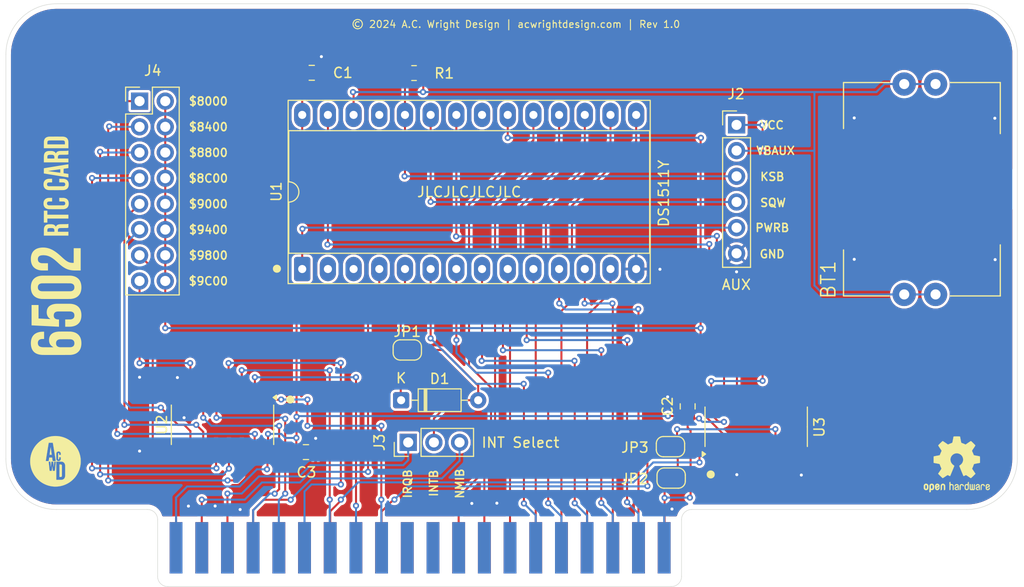
<source format=kicad_pcb>
(kicad_pcb (version 20241229) (generator "pcbnew") (generator_version "9.0")
  (title_block (title "6502 RTC Card") (date "2025-09-23") (rev "1.0") (company "A.C. Wright Design"))
  (layers (0 "F.Cu" signal) (2 "B.Cu" signal) (13 "F.Paste" user) (15 "B.Paste" user) (5 "F.SilkS" user "F.Silkscreen") (7 "B.SilkS" user "B.Silkscreen") (1 "F.Mask" user) (3 "B.Mask" user) (25 "Edge.Cuts" user))
  (net 0 "")
  (net 1 "VCC")
  (net 2 "GND")
  (net 3 "/$9400")
  (net 4 "CSB")
  (net 5 "/$8800")
  (net 6 "/$9800")
  (net 7 "/$8400")
  (net 8 "/$8000")
  (net 9 "/$9000")
  (net 10 "/$9C00")
  (net 11 "/$8C00")
  (net 12 "Net-(D1-A)")
  (net 13 "RWB")
  (net 14 "PHI2")
  (net 16 "D5")
  (net 18 "VBAUX")
  (net 19 "A10")
  (net 20 "A15")
  (net 22 "NMIB")
  (net 23 "IRQB")
  (net 28 "INTB")
  (net 29 "A12")
  (net 30 "D7")
  (net 31 "A0")
  (net 32 "RESB")
  (net 33 "D1")
  (net 34 "A14")
  (net 36 "A4")
  (net 38 "D6")
  (net 39 "D4")
  (net 40 "A11")
  (net 42 "A3")
  (net 43 "D0")
  (net 44 "D2")
  (net 45 "A13")
  (net 47 "D3")
  (net 49 "Net-(JP2-B)")
  (net 56 "A1")
  (net 57 "A2")
  (net 58 "KSB")
  (net 59 "SQW")
  (net 60 "PWRB")
  (net 63 "WB")
  (net 66 "RB")
  (footprint "Connector_PinHeader_2.54mm:PinHeader_1x06_P2.54mm_Vertical" (layer "F.Cu") (at 162.825 82.35)
    (property "Reference" "J2")
    (property "Value" "AUX")
  )
  (footprint "Jumper:SolderJumper-2_P1.3mm_Open_RoundedPad1.0x1.5mm" (layer "F.Cu") (at 156.36 117.27)
    (property "Reference" "JP2")
    (property "Value" "SolderJumper_2_Open" (hide yes))
  )
  (footprint "6502 Parts:BAT_BAT-HLD-001-THM" (layer "F.Cu") (at 180.9 88.71 90)
    (property "Reference" "BT1")
    (property "Value" "BAT-HLD-001-THM" (hide yes))
  )
  (footprint "Connector_PinHeader_2.54mm:PinHeader_2x08_P2.54mm_Vertical" (layer "F.Cu") (at 103.8 80)
    (property "Reference" "J4")
    (property "Value" "Conn_02x08_Odd_Even" (hide yes))
  )
  (footprint "Capacitor_SMD:C_0805_2012Metric" (layer "F.Cu") (at 120.25 114.7)
    (property "Reference" "C3")
    (property "Value" "100nF" (hide yes))
  )
  (footprint "Jumper:SolderJumper-2_P1.3mm_Bridged_RoundedPad1.0x1.5mm" (layer "F.Cu") (at 130.27 104.6)
    (property "Reference" "JP1")
    (property "Value" "SolderJumper_2_Bridged" (hide yes))
  )
  (footprint "Capacitor_SMD:C_0805_2012Metric" (layer "F.Cu") (at 120.825 77.2)
    (property "Reference" "C1")
    (property "Value" "100nF" (hide yes))
  )
  (footprint "Symbol:OSHW-Logo2_7.3x6mm_SilkScreen" (layer "F.Cu") (at 184.6 115.91)
    (property "Reference" "REF**" (hide yes))
    (property "Value" "OSHW-Logo2_7.3x6mm_SilkScreen" (hide yes))
  )
  (footprint "6502 Logos:6502 RTC Card Logo 5mm" (layer "F.Cu") (at 95.549736 85.109425 90)
    (property "Reference" "G***" (hide yes))
    (property "Value" "LOGO" (hide yes))
  )
  (footprint "Package_SO:SOIC-16_3.9x9.9mm_P1.27mm" (layer "F.Cu") (at 112 112 -90)
    (property "Reference" "U2")
    (property "Value" "74HC138" (hide yes))
  )
  (footprint "Package_SO:SOIC-16_3.9x9.9mm_P1.27mm" (layer "F.Cu") (at 164.765 112.195 90)
    (property "Reference" "U3")
    (property "Value" "74HC138" (hide yes))
  )
  (footprint "Capacitor_SMD:C_0805_2012Metric" (layer "F.Cu") (at 157.99 110.18 90)
    (property "Reference" "C2")
    (property "Value" "100nF" (hide yes))
  )
  (footprint "6502 Parts:6502 Card Edge" (layer "F.Cu") (at 107.408 126.704)
    (property "Reference" "J1" (hide yes))
    (property "Value" "6502 Card Edge" (hide yes))
  )
  (footprint "Connector_PinHeader_2.54mm:PinHeader_1x03_P2.54mm_Vertical" (layer "F.Cu") (at 130.36 113.74 90)
    (property "Reference" "J3")
    (property "Value" "INT Select")
  )
  (footprint "Package_DIP:DIP-28_W15.24mm_Socket_LongPads" (layer "F.Cu") (at 119.88 96.6 90)
    (property "Reference" "U1")
    (property "Value" "DS1511Y")
  )
  (footprint "Resistor_SMD:R_0805_2012Metric" (layer "F.Cu") (at 130.9375 77.225)
    (property "Reference" "R1")
    (property "Value" "1k" (hide yes))
  )
  (footprint "Diode_THT:D_DO-35_SOD27_P7.62mm_Horizontal" (layer "F.Cu") (at 129.66 109.57)
    (property "Reference" "D1")
    (property "Value" "D_Schottky" (hide yes))
  )
  (footprint "Jumper:SolderJumper-2_P1.3mm_Bridged_RoundedPad1.0x1.5mm" (layer "F.Cu") (at 156.29 114.16 180)
    (property "Reference" "JP3")
    (property "Value" "SolderJumper_2_Bridged" (hide yes))
  )
  (footprint "A.C. Wright Logo:A.C. Wright Logo 5mm" (layer "F.Cu") (at 95.4841 115.61)
    (property "Reference" "G***" (hide yes))
    (property "Value" "LOGO" (hide yes))
  )
  (gr_circle (center 160.27 116.91) (end 160.47 116.91) (stroke (width 0.4)) (fill no) (layer "F.SilkS"))
  (gr_circle (center 117.38 96.57) (end 117.58 96.57) (stroke (width 0.4)) (fill no) (layer "F.SilkS"))
  (gr_circle (center 118.7 109.5) (end 118.9 109.5) (stroke (width 0.4)) (fill no) (layer "F.SilkS"))
  (gr_line (start 106.5841 127.9946) (end 156.3841 127.9946) (stroke (width 0.05)) (layer "Edge.Cuts"))
  (gr_arc (start 104.5841 120.3746) (mid 105.291207 120.667493) (end 105.5841 121.3746) (stroke (width 0.05)) (layer "Edge.Cuts"))
  (gr_arc (start 185.5845 70.3746) (mid 189.1061 71.820768) (end 190.5841 75.049169) (stroke (width 0.05)) (layer "Edge.Cuts"))
  (gr_arc (start 157.3841 121.3746) (mid 157.676993 120.667493) (end 158.3841 120.3746) (stroke (width 0.05)) (layer "Edge.Cuts"))
  (gr_arc (start 95.5841 120.3746) (mid 92.048566 118.910134) (end 90.5841 115.3746) (stroke (width 0.05)) (layer "Edge.Cuts"))
  (gr_line (start 95.5841 120.3746) (end 104.5841 120.3746) (stroke (width 0.05)) (layer "Edge.Cuts"))
  (gr_arc (start 190.5841 115.3746) (mid 189.119634 118.910134) (end 185.5841 120.3746) (stroke (width 0.05)) (layer "Edge.Cuts"))
  (gr_line (start 157.3841 126.9946) (end 157.3841 121.3746) (stroke (width 0.05)) (layer "Edge.Cuts"))
  (gr_line (start 90.5841 75.3746) (end 90.5841 115.3746) (stroke (width 0.05)) (layer "Edge.Cuts"))
  (gr_line (start 190.5841 115.3746) (end 190.5841 75.049169) (stroke (width 0.05)) (layer "Edge.Cuts"))
  (gr_line (start 105.5841 121.3746) (end 105.5841 126.9946) (stroke (width 0.05)) (layer "Edge.Cuts"))
  (gr_arc (start 106.5841 127.9946) (mid 105.876993 127.701707) (end 105.5841 126.9946) (stroke (width 0.05)) (layer "Edge.Cuts"))
  (gr_arc (start 90.5841 75.3746) (mid 92.048566 71.839066) (end 95.5841 70.3746) (stroke (width 0.05)) (layer "Edge.Cuts"))
  (gr_line (start 185.5845 70.3746) (end 95.5841 70.3746) (stroke (width 0.05)) (layer "Edge.Cuts"))
  (gr_line (start 158.3841 120.3746) (end 185.5841 120.3746) (stroke (width 0.05)) (layer "Edge.Cuts"))
  (gr_arc (start 157.3841 126.9946) (mid 157.091207 127.701707) (end 156.3841 127.9946) (stroke (width 0.05)) (layer "Edge.Cuts"))
  (gr_text "VCC" (at 165.1 82.375 0) (layer "F.SilkS") (effects (font (size 0.8 0.8)) (justify left)))
  (gr_text "$9000" (at 110.6 90.18 0) (layer "F.SilkS") (effects (font (size 0.8 0.8))))
  (gr_text "VBAUX" (at 164.7 84.9 0) (layer "F.SilkS") (effects (font (size 0.8 0.8)) (justify left)))
  (gr_text "NMIB" (at 135.47 116.25 90) (layer "F.SilkS") (effects (font (size 0.8 0.8)) (justify right)))
  (gr_text "INTB" (at 132.89 116.37 90) (layer "F.SilkS") (effects (font (size 0.8 0.8)) (justify right)))
  (gr_text "$8C00" (at 110.6 87.64 0) (layer "F.SilkS") (effects (font (size 0.8 0.8))))
  (gr_text "$9C00" (at 110.6 97.8 0) (layer "F.SilkS") (effects (font (size 0.8 0.8))))
  (gr_text "SQW" (at 165.075 90.05 0) (layer "F.SilkS") (effects (font (size 0.8 0.8)) (justify left)))
  (gr_text "© 2024 A.C. Wright Design | acwrightdesign.com | Rev 1.0" (at 141 72.4 0) (layer "F.SilkS") (effects (font (size 0.7 0.7) (thickness 0.1))))
  (gr_text "$9400" (at 110.6 92.72 0) (layer "F.SilkS") (effects (font (size 0.8 0.8))))
  (gr_text "GND" (at 165.025 95.125 0) (layer "F.SilkS") (effects (font (size 0.8 0.8)) (justify left)))
  (gr_text "IRQB" (at 130.31 116.33 90) (layer "F.SilkS") (effects (font (size 0.8 0.8)) (justify right)))
  (gr_text "$8800" (at 110.6 85.1 0) (layer "F.SilkS") (effects (font (size 0.8 0.8))))
  (gr_text "$9800" (at 110.6 95.26 0) (layer "F.SilkS") (effects (font (size 0.8 0.8))))
  (gr_text "JLCJLCJLCJLC" (at 136.39 88.98 0) (layer "F.SilkS") (effects (font (size 1 1))))
  (gr_text "KSB" (at 165.075 87.475 0) (layer "F.SilkS") (effects (font (size 0.8 0.8)) (justify left)))
  (gr_text "$8000" (at 110.6 80.02 0) (layer "F.SilkS") (effects (font (size 0.8 0.8))))
  (gr_text "PWRB" (at 164.6 92.525 0) (layer "F.SilkS") (effects (font (size 0.8 0.8)) (justify left)))
  (gr_text "$8400" (at 110.6 82.56 0) (layer "F.SilkS") (effects (font (size 0.8 0.8))))
  (segment (start 116.5 114.42) (end 116.445 114.475) (width 0.2) (layer "F.Cu") (net 1))
  (segment (start 155.71 119.23) (end 155.71 124.122) (width 0.2) (layer "F.Cu") (net 1))
  (segment (start 119.88 81.36) (end 119.88 77.205) (width 0.2) (layer "F.Cu") (net 1))
  (segment (start 158.23 111.37) (end 157.99 111.13) (width 0.2) (layer "F.Cu") (net 1))
  (segment (start 119.88 77.205) (end 119.875 77.2) (width 0.2) (layer "F.Cu") (net 1))
  (segment (start 119.88 83.22) (end 119.88 81.36) (width 0.2) (layer "F.Cu") (net 1))
  (segment (start 157.99 112.28) (end 158.28 112.57) (width 0.2) (layer "F.Cu") (net 1))
  (segment (start 155.71 124.122) (end 155.668 124.164) (width 0.2) (layer "F.Cu") (net 1))
  (segment (start 165.4 107.65) (end 165.4 82.4) (width 0.2) (layer "F.Cu") (net 1))
  (segment (start 159.11 111.37) (end 158.23 111.37) (width 0.2) (layer "F.Cu") (net 1))
  (segment (start 119.32 111.21) (end 119.32 100.72) (width 0.2) (layer "F.Cu") (net 1))
  (segment (start 116.445 114.475) (end 116.445 116.355) (width 0.2) (layer "F.Cu") (net 1))
  (segment (start 119.32 113.28) (end 119.3 113.3) (width 0.2) (layer "F.Cu") (net 1))
  (segment (start 157.99 111.13) (end 157.99 112.28) (width 0.2) (layer "F.Cu") (net 1))
  (segment (start 160.32 110.98) (end 160.98 111.64) (width 0.2) (layer "F.Cu") (net 1))
  (segment (start 119.32 100.72) (end 118.3 99.7) (width 0.2) (layer "F.Cu") (net 1))
  (segment (start 116.5 112.9) (end 116.5 114.42) (width 0.2) (layer "F.Cu") (net 1))
  (segment (start 160.32 109.72) (end 160.32 107.68) (width 0.2) (layer "F.Cu") (net 1))
  (segment (start 158.28 112.57) (end 158.28 119.13) (width 0.2) (layer "F.Cu") (net 1))
  (segment (start 158.28 119.13) (end 158.21 119.2) (width 0.2) (layer "F.Cu") (net 1))
  (segment (start 156.05 111.13) (end 156.04 111.14) (width 0.2) (layer "F.Cu") (net 1))
  (segment (start 160.98 111.64) (end 161.05 111.71) (width 0.2) (layer "F.Cu") (net 1))
  (segment (start 155.71 117.27) (end 155.71 119.23) (width 0.2) (layer "F.Cu") (net 1))
  (segment (start 165.4 82.4) (end 165.375 82.375) (width 0.2) (layer "F.Cu") (net 1))
  (segment (start 161.05 111.71) (end 161.58 111.71) (width 0.2) (layer "F.Cu") (net 1))
  (segment (start 160.32 109.72) (end 160.32 110.98) (width 0.2) (layer "F.Cu") (net 1))
  (segment (start 118.3 99.7) (end 118.3 84.8) (width 0.2) (layer "F.Cu") (net 1))
  (segment (start 119.3 114.7) (end 119.3 113.3) (width 0.2) (layer "F.Cu") (net 1))
  (segment (start 160.32 107.68) (end 160.325 107.675) (width 0.2) (layer "F.Cu") (net 1))
  (segment (start 116.445 116.355) (end 116.4 116.4) (width 0.2) (layer "F.Cu") (net 1))
  (segment (start 118.3 84.8) (end 119.88 83.22) (width 0.2) (layer "F.Cu") (net 1))
  (segment (start 157.99 111.13) (end 156.05 111.13) (width 0.2) (layer "F.Cu") (net 1))
  (segment (start 119.32 111.21) (end 119.32 113.28) (width 0.2) (layer "F.Cu") (net 1))
  (via (at 116.4 116.4) (size 0.6) (drill 0.3) (layers "F.Cu" "B.Cu") (net 1))
  (via (at 119.3 113.3) (size 0.6) (drill 0.3) (layers "F.Cu" "B.Cu") (net 1))
  (via (at 155.71 119.23) (size 0.6) (drill 0.3) (layers "F.Cu" "B.Cu") (net 1))
  (via (at 165.4 107.65) (size 0.6) (drill 0.3) (layers "F.Cu" "B.Cu") (net 1))
  (via (at 119.32 111.21) (size 0.6) (drill 0.3) (layers "F.Cu" "B.Cu") (net 1))
  (via (at 159.11 111.37) (size 0.6) (drill 0.3) (layers "F.Cu" "B.Cu") (net 1))
  (via (at 160.325 107.675) (size 0.6) (drill 0.3) (layers "F.Cu" "B.Cu") (net 1))
  (via (at 165.375 82.375) (size 0.6) (drill 0.3) (layers "F.Cu" "B.Cu") (net 1))
  (via (at 161.58 111.71) (size 0.6) (drill 0.3) (layers "F.Cu" "B.Cu") (net 1))
  (via (at 156.04 111.14) (size 0.6) (drill 0.3) (layers "F.Cu" "B.Cu") (net 1))
  (via (at 116.5 112.9) (size 0.6) (drill 0.3) (layers "F.Cu" "B.Cu") (net 1))
  (via (at 158.21 119.2) (size 0.6) (drill 0.3) (layers "F.Cu" "B.Cu") (net 1))
  (segment (start 159.45 111.71) (end 161.58 111.71) (width 0.2) (layer "B.Cu") (net 1))
  (segment (start 118.2 113.3) (end 117.8 112.9) (width 0.2) (layer "B.Cu") (net 1))
  (segment (start 107.4 119.2) (end 107.408 119.208) (width 0.2) (layer "B.Cu") (net 1))
  (segment (start 119.39 111.14) (end 119.32 111.21) (width 0.2) (layer "B.Cu") (net 1))
  (segment (start 119.3 113.3) (end 118.2 113.3) (width 0.2) (layer "B.Cu") (net 1))
  (segment (start 139.01 111.14) (end 119.39 111.14) (width 0.2) (layer "B.Cu") (net 1))
  (segment (start 107.408 119.208) (end 107.408 124.164) (width 0.2) (layer "B.Cu") (net 1))
  (segment (start 158.21 119.2) (end 155.74 119.2) (width 0.2) (layer "B.Cu") (net 1))
  (segment (start 160.325 107.675) (end 165.375 107.675) (width 0.2) (layer "B.Cu") (net 1))
  (segment (start 156.04 111.14) (end 139.01 111.14) (width 0.2) (layer "B.Cu") (net 1))
  (segment (start 165.375 107.675) (end 165.4 107.65) (width 0.2) (layer "B.Cu") (net 1))
  (segment (start 116.4 116.4) (end 115.4 116.4) (width 0.2) (layer "B.Cu") (net 1))
  (segment (start 115.4 116.4) (end 113.7 118.1) (width 0.2) (layer "B.Cu") (net 1))
  (segment (start 155.74 119.2) (end 155.71 119.23) (width 0.2) (layer "B.Cu") (net 1))
  (segment (start 165.35 82.35) (end 162.825 82.35) (width 0.2) (layer "B.Cu") (net 1))
  (segment (start 113.7 118.1) (end 108.5 118.1) (width 0.2) (layer "B.Cu") (net 1))
  (segment (start 117.8 112.9) (end 116.5 112.9) (width 0.2) (layer "B.Cu") (net 1))
  (segment (start 108.5 118.1) (end 107.4 119.2) (width 0.2) (layer "B.Cu") (net 1))
  (segment (start 159.11 111.37) (end 159.45 111.71) (width 0.2) (layer "B.Cu") (net 1))
  (segment (start 165.375 82.375) (end 165.35 82.35) (width 0.2) (layer "B.Cu") (net 1))
  (segment (start 107.408 124.164) (end 107.408 119.808) (width 0.2) (layer "F.Cu") (net 2))
  (via (at 155.25 96.625) (size 0.6) (drill 0.3) (layers "F.Cu" "B.Cu") (net 2))
  (via (at 156.01 109.24) (size 0.6) (drill 0.3) (layers "F.Cu" "B.Cu") (net 2))
  (via (at 188.36 81.69) (size 0.6) (drill 0.3) (layers "F.Cu" "B.Cu") (net 2))
  (via (at 121.21 113.34) (size 0.6) (drill 0.3) (layers "F.Cu" "B.Cu") (net 2))
  (via (at 111.27 120.03) (size 0.6) (drill 0.3) (layers "F.Cu" "B.Cu") (net 2))
  (via (at 174.46 95.64) (size 0.6) (drill 0.3) (layers "F.Cu" "B.Cu") (net 2))
  (via (at 136.65 119.775) (size 0.6) (drill 0.3) (layers "F.Cu" "B.Cu") (net 2))
  (via (at 139.125 119.75) (size 0.6) (drill 0.3) (layers "F.Cu" "B.Cu") (net 2))
  (via (at 188.39 95.67) (size 0.6) (drill 0.3) (layers "F.Cu" "B.Cu") (net 2))
  (via (at 108.63 120.04) (size 0.6) (drill 0.3) (layers "F.Cu" "B.Cu") (net 2))
  (via (at 113.74 120.38) (size 0.6) (drill 0.3) (layers "F.Cu" "B.Cu") (net 2))
  (via (at 108.2 111.3) (size 0.6) (drill 0.3) (layers "F.Cu" "B.Cu") (net 2))
  (via (at 156.44 120.33) (size 0.6) (drill 0.3) (layers "F.Cu" "B.Cu") (net 2))
  (via (at 103.8 107.3) (size 0.6) (drill 0.3) (layers "F.Cu" "B.Cu") (net 2))
  (via (at 103.8 114.6) (size 0.6) (drill 0.3) (layers "F.Cu" "B.Cu") (net 2))
  (via (at 169.23 116.97) (size 0.6) (drill 0.3) (layers "F.Cu" "B.Cu") (net 2))
  (via (at 121.775 75.6) (size 0.6) (drill 0.3) (layers "F.Cu" "B.Cu") (net 2))
  (via (at 162.85 116.93) (size 0.6) (drill 0.3) (layers "F.Cu" "B.Cu") (net 2))
  (via (at 107.54 107.33) (size 0.6) (drill 0.3) (layers "F.Cu" "B.Cu") (net 2))
  (via (at 174.46 81.66) (size 0.6) (drill 0.3) (layers "F.Cu" "B.Cu") (net 2))
  (via (at 162.825 96.875) (size 0.6) (drill 0.3) (layers "F.Cu" "B.Cu") (net 2))
  (segment (start 155.668 124.164) (end 155.668 120.032) (width 0.2) (layer "B.Cu") (net 2))
  (segment (start 105.9 110.3) (end 107.6 112) (width 0.2) (layer "F.Cu") (net 3))
  (segment (start 108.825 112.625) (end 108.825 114.475) (width 0.2) (layer "F.Cu") (net 3))
  (segment (start 108.2 112) (end 108.825 112.625) (width 0.2) (layer "F.Cu") (net 3))
  (segment (start 107.6 112) (end 108.2 112) (width 0.2) (layer "F.Cu") (net 3))
  (via (at 105.9 110.3) (size 0.6) (drill 0.3) (layers "F.Cu" "B.Cu") (net 3))
  (segment (start 105.9 110.3) (end 102.9 110.3) (width 0.2) (layer "B.Cu") (net 3))
  (segment (start 102.3 109.7) (end 102.3 94.2) (width 0.2) (layer "B.Cu") (net 3))
  (segment (start 102.3 94.2) (end 103.8 92.7) (width 0.2) (layer "B.Cu") (net 3))
  (segment (start 102.9 110.3) (end 102.3 109.7) (width 0.2) (layer "B.Cu") (net 3))
  (segment (start 161.6 113.01) (end 161.59 113.02) (width 0.2) (layer "F.Cu") (net 4))
  (segment (start 106.34 90.16) (end 106.34 92.7) (width 0.2) (layer "F.Cu") (net 4))
  (segment (start 106.34 87.62) (end 106.34 90.16) (width 0.2) (layer "F.Cu") (net 4))
  (segment (start 159.27 83.655) (end 159.3 83.625) (width 0.2) (layer "F.Cu") (net 4))
  (segment (start 159.65 111.06) (end 161.6 113.01) (width 0.2) (layer "F.Cu") (net 4))
  (segment (start 161.59 113.02) (end 161.59 114.67) (width 0.2) (layer "F.Cu") (net 4))
  (segment (start 106.34 80) (end 106.34 82.54) (width 0.2) (layer "F.Cu") (net 4))
  (segment (start 106.34 85.08) (end 106.34 87.62) (width 0.2) (layer "F.Cu") (net 4))
  (segment (start 140.2 83.625) (end 140.2 81.36) (width 0.2) (layer "F.Cu") (net 4))
  (segment (start 159.27 102.44) (end 159.27 103.12) (width 0.2) (layer "F.Cu") (net 4))
  (segment (start 106.34 97.78) (end 106.34 102.44) (width 0.2) (layer "F.Cu") (net 4))
  (segment (start 159.27 102.44) (end 159.27 83.655) (width 0.2) (layer "F.Cu") (net 4))
  (segment (start 106.34 92.7) (end 106.34 95.24) (width 0.2) (layer "F.Cu") (net 4))
  (segment (start 159.65 103.5) (end 159.65 111.06) (width 0.2) (layer "F.Cu") (net 4))
  (segment (start 106.34 95.24) (end 106.34 97.78) (width 0.2) (layer "F.Cu") (net 4))
  (segment (start 106.34 82.54) (end 106.34 85.08) (width 0.2) (layer "F.Cu") (net 4))
  (segment (start 159.27 103.12) (end 159.65 103.5) (width 0.2) (layer "F.Cu") (net 4))
  (via (at 159.3 83.625) (size 0.6) (drill 0.3) (layers "F.Cu" "B.Cu") (net 4))
  (via (at 106.34 102.44) (size 0.6) (drill 0.3) (layers "F.Cu" "B.Cu") (net 4))
  (via (at 140.2 83.625) (size 0.6) (drill 0.3) (layers "F.Cu" "B.Cu") (net 4))
  (via (at 159.27 102.44) (size 0.6) (drill 0.3) (layers "F.Cu" "B.Cu") (net 4))
  (segment (start 159.3 83.625) (end 140.2 83.625) (width 0.2) (layer "B.Cu") (net 4))
  (segment (start 106.34 102.44) (end 159.27 102.44) (width 0.2) (layer "B.Cu") (net 4))
  (segment (start 112.635 116.335) (end 112.635 114.475) (width 0.2) (layer "F.Cu") (net 5))
  (segment (start 99.9 85) (end 99.9 116.9) (width 0.2) (layer "F.Cu") (net 5))
  (via (at 112.635 116.335) (size 0.6) (drill 0.3) (layers "F.Cu" "B.Cu") (net 5))
  (via (at 99.9 85) (size 0.6) (drill 0.3) (layers "F.Cu" "B.Cu") (net 5))
  (via (at 99.9 116.9) (size 0.6) (drill 0.3) (layers "F.Cu" "B.Cu") (net 5))
  (segment (start 99.98 85.08) (end 103.8 85.08) (width 0.2) (layer "B.Cu") (net 5))
  (segment (start 112.07 116.9) (end 99.9 116.9) (width 0.2) (layer "B.Cu") (net 5))
  (segment (start 112.635 116.335) (end 112.07 116.9) (width 0.2) (layer "B.Cu") (net 5))
  (segment (start 99.9 85) (end 99.98 85.08) (width 0.2) (layer "B.Cu") (net 5))
  (segment (start 105.475 114.475) (end 105.1 114.1) (width 0.2) (layer "F.Cu") (net 6))
  (segment (start 105.1 114.1) (end 105.1 96.54) (width 0.2) (layer "F.Cu") (net 6))
  (segment (start 107.555 114.475) (end 105.475 114.475) (width 0.2) (layer "F.Cu") (net 6))
  (segment (start 105.1 96.54) (end 103.8 95.24) (width 0.2) (layer "F.Cu") (net 6))
  (segment (start 100.7 117.5) (end 100.7 82.6) (width 0.2) (layer "F.Cu") (net 7))
  (segment (start 113.905 116.995) (end 113.4 117.5) (width 0.2) (layer "F.Cu") (net 7))
  (segment (start 100.7 82.6) (end 100.8 82.5) (width 0.2) (layer "F.Cu") (net 7))
  (segment (start 113.905 114.475) (end 113.905 116.995) (width 0.2) (layer "F.Cu") (net 7))
  (segment (start 113.4 117.5) (end 112.5 117.5) (width 0.2) (layer "F.Cu") (net 7))
  (via (at 112.5 117.5) (size 0.6) (drill 0.3) (layers "F.Cu" "B.Cu") (net 7))
  (via (at 100.8 82.5) (size 0.6) (drill 0.3) (layers "F.Cu" "B.Cu") (net 7))
  (via (at 100.7 117.5) (size 0.6) (drill 0.3) (layers "F.Cu" "B.Cu") (net 7))
  (segment (start 100.84 82.54) (end 103.8 82.54) (width 0.2) (layer "B.Cu") (net 7))
  (segment (start 112 117.5) (end 112.5 117.5) (width 0.2) (layer "B.Cu") (net 7))
  (segment (start 100.7 117.5) (end 112 117.5) (width 0.2) (layer "B.Cu") (net 7))
  (segment (start 100.8 82.5) (end 100.84 82.54) (width 0.2) (layer "B.Cu") (net 7))
  (segment (start 102.2 80) (end 103.8 80) (width 0.2) (layer "F.Cu") (net 8))
  (segment (start 101.6 112.9) (end 101.5 112.8) (width 0.2) (layer "F.Cu") (net 8))
  (segment (start 101.5 80.7) (end 102.2 80) (width 0.2) (layer "F.Cu") (net 8))
  (segment (start 115.175 114.475) (end 115.175 112.925) (width 0.2) (layer "F.Cu") (net 8))
  (segment (start 115.175 112.925) (end 115.2 112.9) (width 0.2) (layer "F.Cu") (net 8))
  (segment (start 101.5 112.8) (end 101.5 80.7) (width 0.2) (layer "F.Cu") (net 8))
  (via (at 101.6 112.9) (size 0.6) (drill 0.3) (layers "F.Cu" "B.Cu") (net 8))
  (via (at 115.2 112.9) (size 0.6) (drill 0.3) (layers "F.Cu" "B.Cu") (net 8))
  (segment (start 109.9 112.9) (end 115.2 112.9) (width 0.2) (layer "B.Cu") (net 8))
  (segment (start 101.6 112.9) (end 109.9 112.9) (width 0.2) (layer "B.Cu") (net 8))
  (segment (start 102.3 106.6) (end 102.3 112) (width 0.2) (layer "F.Cu") (net 9))
  (segment (start 102.3 106.2) (end 102.3 106.6) (width 0.2) (layer "F.Cu") (net 9))
  (segment (start 110.095 112.695) (end 110.095 114.475) (width 0.2) (layer "F.Cu") (net 9))
  (segment (start 103.8 90.16) (end 102.3 91.66) (width 0.2) (layer "F.Cu") (net 9))
  (segment (start 102.3 91.7) (end 102.3 106.2) (width 0.2) (layer "F.Cu") (net 9))
  (segment (start 109.4 112) (end 110.095 112.695) (width 0.2) (layer "F.Cu") (net 9))
  (segment (start 102.3 91.66) (end 102.3 91.7) (width 0.2) (layer "F.Cu") (net 9))
  (via (at 109.4 112) (size 0.6) (drill 0.3) (layers "F.Cu" "B.Cu") (net 9))
  (via (at 102.3 112) (size 0.6) (drill 0.3) (layers "F.Cu" "B.Cu") (net 9))
  (segment (start 102.3 112) (end 102.7 112) (width 0.2) (layer "B.Cu") (net 9))
  (segment (start 102.7 112) (end 109.4 112) (width 0.2) (layer "B.Cu") (net 9))
  (segment (start 103.8 105.9) (end 103.8 97.78) (width 0.2) (layer "F.Cu") (net 10))
  (segment (start 108.825 105.925) (end 108.8 105.9) (width 0.2) (layer "F.Cu") (net 10))
  (segment (start 108.825 109.525) (end 108.825 105.925) (width 0.2) (layer "F.Cu") (net 10))
  (via (at 108.8 105.9) (size 0.6) (drill 0.3) (layers "F.Cu" "B.Cu") (net 10))
  (via (at 103.8 105.9) (size 0.6) (drill 0.3) (layers "F.Cu" "B.Cu") (net 10))
  (segment (start 108.3 105.9) (end 103.8 105.9) (width 0.2) (layer "B.Cu") (net 10))
  (segment (start 108.8 105.9) (end 108.3 105.9) (width 0.2) (layer "B.Cu") (net 10))
  (segment (start 111.365 116.265) (end 111.365 114.475) (width 0.2) (layer "F.Cu") (net 11))
  (segment (start 111.4 116.3) (end 111.365 116.265) (width 0.2) (layer "F.Cu") (net 11))
  (segment (start 99.1 87.6) (end 99.1 116.3) (width 0.2) (layer "F.Cu") (net 11))
  (via (at 99.1 116.3) (size 0.6) (drill 0.3) (layers "F.Cu" "B.Cu") (net 11))
  (via (at 111.4 116.3) (size 0.6) (drill 0.3) (layers "F.Cu" "B.Cu") (net 11))
  (via (at 99.1 87.6) (size 0.6) (drill 0.3) (layers "F.Cu" "B.Cu") (net 11))
  (segment (start 99.1 87.6) (end 103.78 87.6) (width 0.2) (layer "B.Cu") (net 11))
  (segment (start 103.78 87.6) (end 103.8 87.62) (width 0.2) (layer "B.Cu") (net 11))
  (segment (start 99.1 116.3) (end 111.4 116.3) (width 0.2) (layer "B.Cu") (net 11))
  (segment (start 132.9 113.74) (end 132.9 111.38) (width 0.2) (layer "F.Cu") (net 12))
  (segment (start 133.75 104.6) (end 137.28 108.13) (width 0.2) (layer "F.Cu") (net 12))
  (segment (start 132.9 111.38) (end 134.71 109.57) (width 0.2) (layer "F.Cu") (net 12))
  (segment (start 137.28 108.13) (end 137.28 109.57) (width 0.2) (layer "F.Cu") (net 12))
  (segment (start 134.71 109.57) (end 137.28 109.57) (width 0.2) (layer "F.Cu") (net 12))
  (segment (start 130.92 104.6) (end 133.75 104.6) (width 0.2) (layer "F.Cu") (net 12))
  (segment (start 159.16 114.97) (end 159.46 114.67) (width 0.2) (layer "F.Cu") (net 13))
  (segment (start 159.16 115.72) (end 159.16 114.97) (width 0.2) (layer "F.Cu") (net 13))
  (segment (start 159.46 114.67) (end 160.32 114.67) (width 0.2) (layer "F.Cu") (net 13))
  (segment (start 123.7 119.4) (end 123.7 119.5) (width 0.2) (layer "F.Cu") (net 13))
  (segment (start 122.648 120.552) (end 122.648 124.164) (width 0.2) (layer "F.Cu") (net 13))
  (segment (start 123.7 119.5) (end 122.648 120.552) (width 0.2) (layer "F.Cu") (net 13))
  (via (at 123.7 119.4) (size 0.6) (drill 0.3) (layers "F.Cu" "B.Cu") (net 13))
  (via (at 159.16 115.72) (size 0.6) (drill 0.3) (layers "F.Cu" "B.Cu") (net 13))
  (segment (start 125.41 117.69) (end 152.62 117.69) (width 0.2) (layer "B.Cu") (net 13))
  (segment (start 152.62 117.69) (end 154.59 115.72) (width 0.2) (layer "B.Cu") (net 13))
  (segment (start 123.7 119.4) (end 125.41 117.69) (width 0.2) (layer "B.Cu") (net 13))
  (segment (start 154.59 115.72) (end 159.16 115.72) (width 0.2) (layer "B.Cu") (net 13))
  (segment (start 128.9 119.4) (end 127.728 120.572) (width 0.2) (layer "F.Cu") (net 14))
  (segment (start 154.71 114.26) (end 155.54 114.26) (width 0.2) (layer "F.Cu") (net 14))
  (segment (start 155.54 114.26) (end 155.64 114.16) (width 0.2) (layer "F.Cu") (net 14))
  (segment (start 154.01 118.06) (end 154.01 114.96) (width 0.2) (layer "F.Cu") (net 14))
  (segment (start 154.01 114.96) (end 154.71 114.26) (width 0.2) (layer "F.Cu") (net 14))
  (segment (start 129 119.4) (end 128.9 119.4) (width 0.2) (layer "F.Cu") (net 14))
  (segment (start 127.728 120.572) (end 127.728 124.164) (width 0.2) (layer "F.Cu") (net 14))
  (via (at 129 119.4) (size 0.6) (drill 0.3) (layers "F.Cu" "B.Cu") (net 14))
  (via (at 154.01 118.06) (size 0.6) (drill 0.3) (layers "F.Cu" "B.Cu") (net 14))
  (segment (start 130.32 118.09) (end 153.98 118.09) (width 0.2) (layer "B.Cu") (net 14))
  (segment (start 153.98 118.09) (end 154.01 118.06) (width 0.2) (layer "B.Cu") (net 14))
  (segment (start 130.31 118.09) (end 130.32 118.09) (width 0.2) (layer "B.Cu") (net 14))
  (segment (start 129 119.4) (end 130.31 118.09) (width 0.2) (layer "B.Cu") (net 14))
  (segment (start 141.475 90.375) (end 147.82 84.03) (width 0.2) (layer "F.Cu") (net 16))
  (segment (start 140.428 124.164) (end 140.428 100.772) (width 0.2) (layer "F.Cu") (net 16))
  (segment (start 141.475 99.725) (end 141.475 90.375) (width 0.2) (layer "F.Cu") (net 16))
  (segment (start 147.82 84.03) (end 147.82 81.36) (width 0.2) (layer "F.Cu") (net 16))
  (segment (start 140.428 100.772) (end 141.475 99.725) (width 0.2) (layer "F.Cu") (net 16))
  (segment (start 131.85 79.075) (end 131.825 79.1) (width 0.2) (layer "F.Cu") (net 18))
  (segment (start 124.96 81.36) (end 124.96 79.16) (width 0.2) (layer "F.Cu") (net 18))
  (segment (start 124.96 79.16) (end 124.9 79.1) (width 0.2) (layer "F.Cu") (net 18))
  (segment (start 179.89 99.11) (end 179.9 99.1) (width 0.2) (layer "F.Cu") (net 18))
  (segment (start 131.85 77.225) (end 131.85 79.075) (width 0.2) (layer "F.Cu") (net 18))
  (via (at 124.9 79.1) (size 0.6) (drill 0.3) (layers "F.Cu" "B.Cu") (net 18))
  (via (at 131.825 79.1) (size 0.6) (drill 0.3) (layers "F.Cu" "B.Cu") (net 18))
  (segment (start 171.35 99.05) (end 171.41 99.11) (width 0.2) (layer "B.Cu") (net 18))
  (segment (start 171.425 79.1) (end 176.650599 79.1) (width 0.2) (layer "B.Cu") (net 18))
  (segment (start 170.52 84.91) (end 170.52 98.22) (width 0.2) (layer "B.Cu") (net 18))
  (segment (start 170.52 79.1) (end 171.425 79.1) (width 0.2) (layer "B.Cu") (net 18))
  (segment (start 176.650599 79.1) (end 177.440599 78.31) (width 0.2) (layer "B.Cu") (net 18))
  (segment (start 124.9 79.1) (end 131.825 79.1) (width 0.2) (layer "B.Cu") (net 18))
  (segment (start 131.825 79.1) (end 171.425 79.1) (width 0.2) (layer "B.Cu") (net 18))
  (segment (start 170.52 84.91) (end 162.845 84.91) (width 0.2) (layer "B.Cu") (net 18))
  (segment (start 162.845 84.91) (end 162.825 84.89) (width 0.2) (layer "B.Cu") (net 18))
  (segment (start 177.440599 78.31) (end 182.5 78.31) (width 0.2) (layer "B.Cu") (net 18))
  (segment (start 182.99 78.31) (end 183 78.3) (width 0.2) (layer "B.Cu") (net 18))
  (segment (start 171.41 99.11) (end 182.5 99.11) (width 0.2) (layer "B.Cu") (net 18))
  (segment (start 170.52 98.22) (end 171.35 99.05) (width 0.2) (layer "B.Cu") (net 18))
  (segment (start 170.52 84.87) (end 170.52 79.1) (width 0.2) (layer "B.Cu") (net 18))
  (segment (start 116.445 109.525) (end 117.775 109.525) (width 0.2) (layer "F.Cu") (net 19))
  (segment (start 117.775 109.525) (end 117.8 109.5) (width 0.2) (layer "F.Cu") (net 19))
  (segment (start 127.7 112.11) (end 127.7 119.4) (width 0.2) (layer "F.Cu") (net 19))
  (segment (start 127.71 112.1) (end 127.7 112.11) (width 0.2) (layer "F.Cu") (net 19))
  (segment (start 120.4 109.5) (end 120.4 112.1) (width 0.2) (layer "F.Cu") (net 19))
  (via (at 120.4 112.1) (size 0.6) (drill 0.3) (layers "F.Cu" "B.Cu") (net 19))
  (via (at 120.4 109.5) (size 0.6) (drill 0.3) (layers "F.Cu" "B.Cu") (net 19))
  (via (at 117.8 109.5) (size 0.6) (drill 0.3) (layers "F.Cu" "B.Cu") (net 19))
  (via (at 127.71 112.1) (size 0.6) (drill 0.3) (layers "F.Cu" "B.Cu") (net 19))
  (via (at 127.7 119.4) (size 0.6) (drill 0.3) (layers "F.Cu" "B.Cu") (net 19))
  (segment (start 127.7 112.1) (end 120.4 112.1) (width 0.2) (layer "B.Cu") (net 19))
  (segment (start 127.7 119.4) (end 127.7 124.136) (width 0.2) (layer "B.Cu") (net 19))
  (segment (start 127.7 124.136) (end 127.728 124.164) (width 0.2) (layer "B.Cu") (net 19))
  (segment (start 117.8 109.5) (end 120.4 109.5) (width 0.2) (layer "B.Cu") (net 19))
  (segment (start 110.095 111.3) (end 110.095 109.525) (width 0.2) (layer "F.Cu") (net 20))
  (segment (start 117.6 118.37) (end 117.6 112.1) (width 0.2) (layer "F.Cu") (net 20))
  (segment (start 117.16 118.81) (end 117.6 118.37) (width 0.2) (layer "F.Cu") (net 20))
  (via (at 117.16 118.81) (size 0.6) (drill 0.3) (layers "F.Cu" "B.Cu") (net 20))
  (via (at 117.6 112.1) (size 0.6) (drill 0.3) (layers "F.Cu" "B.Cu") (net 20))
  (via (at 110.095 111.3) (size 0.6) (drill 0.3) (layers "F.Cu" "B.Cu") (net 20))
  (segment (start 115.028 120.452) (end 115.028 124.164) (width 0.2) (layer "B.Cu") (net 20))
  (segment (start 117.15 118.8) (end 116.68 118.8) (width 0.2) (layer "B.Cu") (net 20))
  (segment (start 110.895 112.1) (end 117.6 112.1) (width 0.2) (layer "B.Cu") (net 20))
  (segment (start 110.095 111.3) (end 110.895 112.1) (width 0.2) (layer "B.Cu") (net 20))
  (segment (start 116.68 118.8) (end 115.028 120.452) (width 0.2) (layer "B.Cu") (net 20))
  (segment (start 117.16 118.81) (end 117.15 118.8) (width 0.2) (layer "B.Cu") (net 20))
  (segment (start 116.06 119.41) (end 115.028 120.442) (width 0.2) (layer "F.Cu") (net 22))
  (segment (start 118.74 119.41) (end 116.06 119.41) (width 0.2) (layer "F.Cu") (net 22))
  (segment (start 115.028 120.442) (end 115.028 124.164) (width 0.2) (layer "F.Cu") (net 22))
  (via (at 118.74 119.41) (size 0.6) (drill 0.3) (layers "F.Cu" "B.Cu") (net 22))
  (segment (start 118.78 119.37) (end 118.78 119.35) (width 0.2) (layer "B.Cu") (net 22))
  (segment (start 118.78 119.35) (end 120.831 117.299) (width 0.2) (layer "B.Cu") (net 22))
  (segment (start 135.44 115.55) (end 135.44 113.74) (width 0.2) (layer "B.Cu") (net 22))
  (segment (start 118.74 119.41) (end 118.78 119.37) (width 0.2) (layer "B.Cu") (net 22))
  (segment (start 120.831 117.299) (end 133.691 117.299) (width 0.2) (layer "B.Cu") (net 22))
  (segment (start 133.691 117.299) (end 135.44 115.55) (width 0.2) (layer "B.Cu") (net 22))
  (segment (start 112.488 118.8) (end 112.488 124.164) (width 0.2) (layer "F.Cu") (net 23))
  (via (at 112.488 118.8) (size 0.6) (drill 0.3) (layers "F.Cu" "B.Cu") (net 23))
  (segment (start 115.6 117.1) (end 119.6 117.1) (width 0.2) (layer "B.Cu") (net 23))
  (segment (start 113.9 118.8) (end 115.6 117.1) (width 0.2) (layer "B.Cu") (net 23))
  (segment (start 112.488 118.8) (end 113.9 118.8) (width 0.2) (layer "B.Cu") (net 23))
  (segment (start 120.71 115.99) (end 129.87 115.99) (width 0.2) (layer "B.Cu") (net 23))
  (segment (start 119.6 117.1) (end 120.71 115.99) (width 0.2) (layer "B.Cu") (net 23))
  (segment (start 130.36 115.5) (end 130.36 113.74) (width 0.2) (layer "B.Cu") (net 23))
  (segment (start 129.87 115.99) (end 130.36 115.5) (width 0.2) (layer "B.Cu") (net 23))
  (segment (start 129.62 109.53) (end 129.66 109.57) (width 0.2) (layer "F.Cu") (net 28))
  (segment (start 130.04 98.565) (end 130.04 96.6) (width 0.2) (layer "F.Cu") (net 28))
  (segment (start 130.05 98.575) (end 130.04 98.565) (width 0.2) (layer "F.Cu") (net 28))
  (segment (start 129.62 104.6) (end 129.62 109.53) (width 0.2) (layer "F.Cu") (net 28))
  (segment (start 129.62 99.005) (end 130.05 98.575) (width 0.2) (layer "F.Cu") (net 28))
  (segment (start 129.62 104.6) (end 129.62 99.005) (width 0.2) (layer "F.Cu") (net 28))
  (segment (start 122.6 119.4) (end 122.6 106.61) (width 0.2) (layer "F.Cu") (net 29))
  (segment (start 113.9 107) (end 113.905 107.005) (width 0.2) (layer "F.Cu") (net 29))
  (segment (start 113.905 107.005) (end 113.905 109.525) (width 0.2) (layer "F.Cu") (net 29))
  (segment (start 113.9 106.6) (end 113.9 107) (width 0.2) (layer "F.Cu") (net 29))
  (via (at 122.6 106.61) (size 0.6) (drill 0.3) (layers "F.Cu" "B.Cu") (net 29))
  (via (at 122.6 119.4) (size 0.6) (drill 0.3) (layers "F.Cu" "B.Cu") (net 29))
  (via (at 113.9 106.6) (size 0.6) (drill 0.3) (layers "F.Cu" "B.Cu") (net 29))
  (segment (start 122.6 106.61) (end 113.91 106.61) (width 0.2) (layer "B.Cu") (net 29))
  (segment (start 122.6 124.116) (end 122.648 124.164) (width 0.2) (layer "B.Cu") (net 29))
  (segment (start 113.91 106.61) (end 113.9 106.6) (width 0.2) (layer "B.Cu") (net 29))
  (segment (start 122.6 119.4) (end 122.6 124.116) (width 0.2) (layer "B.Cu") (net 29))
  (segment (start 142.74 81.36) (end 142.74 83.86) (width 0.2) (layer "F.Cu") (net 30))
  (segment (start 138.55 115.925) (end 135.348 119.127) (width 0.2) (layer "F.Cu") (net 30))
  (segment (start 136.375 90.225) (end 136.375 106.15) (width 0.2) (layer "F.Cu") (net 30))
  (segment (start 136.375 106.15) (end 138.55 108.325) (width 0.2) (layer "F.Cu") (net 30))
  (segment (start 138.55 108.325) (end 138.55 115.925) (width 0.2) (layer "F.Cu") (net 30))
  (segment (start 135.348 119.127) (end 135.348 124.164) (width 0.2) (layer "F.Cu") (net 30))
  (segment (start 142.74 83.86) (end 136.375 90.225) (width 0.2) (layer "F.Cu") (net 30))
  (segment (start 152 103.65) (end 152.025 103.625) (width 0.2) (layer "F.Cu") (net 31))
  (segment (start 152 119.65) (end 152 103.65) (width 0.2) (layer "F.Cu") (net 31))
  (segment (start 142.75 100.175) (end 142.74 100.165) (width 0.2) (layer "F.Cu") (net 31))
  (segment (start 142.075 103.625) (end 142.075 100.85) (width 0.2) (layer "F.Cu") (net 31))
  (segment (start 142.74 100.165) (end 142.74 96.6) (width 0.2) (layer "F.Cu") (net 31))
  (segment (start 142.075 100.85) (end 142.75 100.175) (width 0.2) (layer "F.Cu") (net 31))
  (via (at 142.075 103.625) (size 0.6) (drill 0.3) (layers "F.Cu" "B.Cu") (net 31))
  (via (at 152.025 103.625) (size 0.6) (drill 0.3) (layers "F.Cu" "B.Cu") (net 31))
  (via (at 152 119.65) (size 0.6) (drill 0.3) (layers "F.Cu" "B.Cu") (net 31))
  (segment (start 153.128 124.164) (end 153.128 120.778) (width 0.2) (layer "B.Cu") (net 31))
  (segment (start 152.025 103.625) (end 142.075 103.625) (width 0.2) (layer "B.Cu") (net 31))
  (segment (start 153.128 120.778) (end 152 119.65) (width 0.2) (layer "B.Cu") (net 31))
  (segment (start 127.5 98.475) (end 127.5 96.6) (width 0.2) (layer "F.Cu") (net 32))
  (segment (start 126.39 116.65) (end 126.39 99.585) (width 0.2) (layer "F.Cu") (net 32))
  (segment (start 109.948 119.4) (end 109.948 124.164) (width 0.2) (layer "F.Cu") (net 32))
  (segment (start 126.39 99.585) (end 127.5 98.475) (width 0.2) (layer "F.Cu") (net 32))
  (via (at 109.948 119.4) (size 0.6) (drill 0.3) (layers "F.Cu" "B.Cu") (net 32))
  (via (at 126.39 116.65) (size 0.6) (drill 0.3) (layers "F.Cu" "B.Cu") (net 32))
  (segment (start 114.2 119.4) (end 115.9 117.7) (width 0.2) (layer "B.Cu") (net 32))
  (segment (start 120.26 117.1) (end 120.71 116.65) (width 0.2) (layer "B.Cu") (net 32))
  (segment (start 115.9 117.7) (end 119.66 117.7) (width 0.2) (layer "B.Cu") (net 32))
  (segment (start 119.66 117.7) (end 120.26 117.1) (width 0.2) (layer "B.Cu") (net 32))
  (segment (start 109.948 119.4) (end 114.2 119.4) (width 0.2) (layer "B.Cu") (net 32))
  (segment (start 120.71 116.65) (end 126.39 116.65) (width 0.2) (layer "B.Cu") (net 32))
  (segment (start 147.8 100) (end 147.82 99.98) (width 0.2) (layer "F.Cu") (net 33))
  (segment (start 150.588 100.038) (end 150.55 100) (width 0.2) (layer "F.Cu") (net 33))
  (segment (start 147.82 99.98) (end 147.82 96.6) (width 0.2) (layer "F.Cu") (net 33))
  (segment (start 150.55 124.126) (end 150.588 124.164) (width 0.2) (layer "F.Cu") (net 33))
  (segment (start 150.588 124.164) (end 150.588 100.038) (width 0.2) (layer "F.Cu") (net 33))
  (via (at 147.8 100) (size 0.6) (drill 0.3) (layers "F.Cu" "B.Cu") (net 33))
  (via (at 150.55 100) (size 0.6) (drill 0.3) (layers "F.Cu" "B.Cu") (net 33))
  (segment (start 150.55 100) (end 147.8 100) (width 0.2) (layer "B.Cu") (net 33))
  (segment (start 118.2 118.8) (end 118.2 111.4) (width 0.2) (layer "F.Cu") (net 34))
  (segment (start 111.4 109.56) (end 111.365 109.525) (width 0.2) (layer "F.Cu") (net 34))
  (segment (start 111.4 111.3) (end 111.4 109.56) (width 0.2) (layer "F.Cu") (net 34))
  (via (at 111.4 111.3) (size 0.6) (drill 0.3) (layers "F.Cu" "B.Cu") (net 34))
  (via (at 118.2 118.8) (size 0.6) (drill 0.3) (layers "F.Cu" "B.Cu") (net 34))
  (via (at 118.2 111.4) (size 0.6) (drill 0.3) (layers "F.Cu" "B.Cu") (net 34))
  (segment (start 118.2 118.8) (end 117.568 119.432) (width 0.2) (layer "B.Cu") (net 34))
  (segment (start 118.1 111.3) (end 111.4 111.3) (width 0.2) (layer "B.Cu") (net 34))
  (segment (start 118.2 111.4) (end 118.1 111.3) (width 0.2) (layer "B.Cu") (net 34))
  (segment (start 117.568 119.432) (end 117.568 124.164) (width 0.2) (layer "B.Cu") (net 34))
  (segment (start 132.58 103.445) (end 132.58 96.6) (width 0.2) (layer "F.Cu") (net 36))
  (segment (start 141.8 107.975) (end 141.775 107.95) (width 0.2) (layer "F.Cu") (net 36))
  (segment (start 141.8 119.775) (end 141.8 107.975) (width 0.2) (layer "F.Cu") (net 36))
  (segment (start 132.575 103.45) (end 132.58 103.445) (width 0.2) (layer "F.Cu") (net 36))
  (via (at 141.8 119.775) (size 0.6) (drill 0.3) (layers "F.Cu" "B.Cu") (net 36))
  (via (at 141.775 107.95) (size 0.6) (drill 0.3) (layers "F.Cu" "B.Cu") (net 36))
  (via (at 132.575 103.45) (size 0.6) (drill 0.3) (layers "F.Cu" "B.Cu") (net 36))
  (segment (start 142.968 120.943) (end 141.8 119.775) (width 0.2) (layer "B.Cu") (net 36))
  (segment (start 142.968 124.164) (end 142.968 120.943) (width 0.2) (layer "B.Cu") (net 36))
  (segment (start 137.075 107.95) (end 132.575 103.45) (width 0.2) (layer "B.Cu") (net 36))
  (segment (start 141.775 107.95) (end 137.075 107.95) (width 0.2) (layer "B.Cu") (net 36))
  (segment (start 138.95 116.1) (end 138.95 90.325) (width 0.2) (layer "F.Cu") (net 38))
  (segment (start 137.888 124.164) (end 137.888 117.162) (width 0.2) (layer "F.Cu") (net 38))
  (segment (start 145.28 83.995) (end 145.28 81.36) (width 0.2) (layer "F.Cu") (net 38))
  (segment (start 137.888 117.162) (end 138.95 116.1) (width 0.2) (layer "F.Cu") (net 38))
  (segment (start 138.95 90.325) (end 145.28 83.995) (width 0.2) (layer "F.Cu") (net 38))
  (segment (start 150.36 84.065) (end 150.36 81.36) (width 0.2) (layer "F.Cu") (net 39))
  (segment (start 143.975 90.45) (end 150.36 84.065) (width 0.2) (layer "F.Cu") (net 39))
  (segment (start 142.968 100.832) (end 143.975 99.825) (width 0.2) (layer "F.Cu") (net 39))
  (segment (start 143.975 99.825) (end 143.975 90.45) (width 0.2) (layer "F.Cu") (net 39))
  (segment (start 142.968 124.164) (end 142.968 100.832) (width 0.2) (layer "F.Cu") (net 39))
  (segment (start 115.2 109.5) (end 115.175 109.525) (width 0.2) (layer "F.Cu") (net 40))
  (segment (start 115.2 107.3) (end 115.2 109.5) (width 0.2) (layer "F.Cu") (net 40))
  (segment (start 125.2 120) (end 125.2 107.3) (width 0.2) (layer "F.Cu") (net 40))
  (via (at 115.2 107.3) (size 0.6) (drill 0.3) (layers "F.Cu" "B.Cu") (net 40))
  (via (at 125.2 120) (size 0.6) (drill 0.3) (layers "F.Cu" "B.Cu") (net 40))
  (via (at 125.2 107.3) (size 0.6) (drill 0.3) (layers "F.Cu" "B.Cu") (net 40))
  (segment (start 125.2 120) (end 125.2 124.152) (width 0.2) (layer "B.Cu") (net 40))
  (segment (start 125.2 124.152) (end 125.188 124.164) (width 0.2) (layer "B.Cu") (net 40))
  (segment (start 125.2 107.3) (end 115.2 107.3) (width 0.2) (layer "B.Cu") (net 40))
  (segment (start 144.2 119.75) (end 144.2 106.85) (width 0.2) (layer "F.Cu") (net 42))
  (segment (start 135.12 103.62) (end 135.12 96.6) (width 0.2) (layer "F.Cu") (net 42))
  (segment (start 135.125 103.625) (end 135.12 103.62) (width 0.2) (layer "F.Cu") (net 42))
  (via (at 135.125 103.625) (size 0.6) (drill 0.3) (layers "F.Cu" "B.Cu") (net 42))
  (via (at 144.2 119.75) (size 0.6) (drill 0.3) (layers "F.Cu" "B.Cu") (net 42))
  (via (at 144.2 106.85) (size 0.6) (drill 0.3) (layers "F.Cu" "B.Cu") (net 42))
  (segment (start 137.05 106.85) (end 135.125 104.925) (width 0.2) (layer "B.Cu") (net 42))
  (segment (start 145.508 121.058) (end 144.2 119.75) (width 0.2) (layer "B.Cu") (net 42))
  (segment (start 145.508 124.164) (end 145.508 121.058) (width 0.2) (layer "B.Cu") (net 42))
  (segment (start 135.125 104.925) (end 135.125 103.625) (width 0.2) (layer "B.Cu") (net 42))
  (segment (start 144.2 106.85) (end 137.05 106.85) (width 0.2) (layer "B.Cu") (net 42))
  (segment (start 145.28 99.98) (end 145.28 96.6) (width 0.2) (layer "F.Cu") (net 43))
  (segment (start 153.128 124.164) (end 153.128 100.578) (width 0.2) (layer "F.Cu") (net 43))
  (segment (start 145.3 100) (end 145.28 99.98) (width 0.2) (layer "F.Cu") (net 43))
  (segment (start 153.128 100.578) (end 153.1 100.55) (width 0.2) (layer "F.Cu") (net 43))
  (via (at 153.1 100.55) (size 0.6) (drill 0.3) (layers "F.Cu" "B.Cu") (net 43))
  (via (at 145.3 100) (size 0.6) (drill 0.3) (layers "F.Cu" "B.Cu") (net 43))
  (segment (start 153.1 100.55) (end 153.05 100.6) (width 0.2) (layer "B.Cu") (net 43))
  (segment (start 145.9 100.6) (end 145.3 100) (width 0.2) (layer "B.Cu") (net 43))
  (segment (start 153.05 100.6) (end 145.9 100.6) (width 0.2) (layer "B.Cu") (net 43))
  (segment (start 148 124.116) (end 148.048 124.164) (width 0.2) (layer "F.Cu") (net 44))
  (segment (start 150.36 98.89) (end 150.36 96.6) (width 0.2) (layer "F.Cu") (net 44))
  (segment (start 148.048 101.202) (end 150.36 98.89) (width 0.2) (layer "F.Cu") (net 44))
  (segment (start 148.048 124.164) (end 148.048 101.202) (width 0.2) (layer "F.Cu") (net 44))
  (segment (start 123.7 117.9) (end 123.7 117.2) (width 0.2) (layer "F.Cu") (net 45))
  (segment (start 123.7 117.2) (end 123.7 105.89) (width 0.2) (layer "F.Cu") (net 45))
  (segment (start 123.7 105.89) (end 123.69 105.88) (width 0.2) (layer "F.Cu") (net 45))
  (segment (start 112.6 109.49) (end 112.635 109.525) (width 0.2) (layer "F.Cu") (net 45))
  (segment (start 112.6 105.9) (end 112.6 109.49) (width 0.2) (layer "F.Cu") (net 45))
  (via (at 123.7 117.9) (size 0.6) (drill 0.3) (layers "F.Cu" "B.Cu") (net 45))
  (via (at 123.69 105.88) (size 0.6) (drill 0.3) (layers "F.Cu" "B.Cu") (net 45))
  (via (at 112.6 105.9) (size 0.6) (drill 0.3) (layers "F.Cu" "B.Cu") (net 45))
  (segment (start 120.8 117.9) (end 121 117.9) (width 0.2) (layer "B.Cu") (net 45))
  (segment (start 123.69 105.88) (end 112.62 105.88) (width 0.2) (layer "B.Cu") (net 45))
  (segment (start 112.62 105.88) (end 112.6 105.9) (width 0.2) (layer "B.Cu") (net 45))
  (segment (start 121 117.9) (end 123.7 117.9) (width 0.2) (layer "B.Cu") (net 45))
  (segment (start 120.108 124.164) (end 120.108 118.592) (width 0.2) (layer "B.Cu") (net 45))
  (segment (start 120.108 118.592) (end 120.8 117.9) (width 0.2) (layer "B.Cu") (net 45))
  (segment (start 146.55 90.325) (end 152.9 83.975) (width 0.2) (layer "F.Cu") (net 47))
  (segment (start 146.55 99.7) (end 146.55 90.325) (width 0.2) (layer "F.Cu") (net 47))
  (segment (start 152.9 83.975) (end 152.9 81.36) (width 0.2) (layer "F.Cu") (net 47))
  (segment (start 145.508 124.164) (end 145.508 100.742) (width 0.2) (layer "F.Cu") (net 47))
  (segment (start 145.508 100.742) (end 146.55 99.7) (width 0.2) (layer "F.Cu") (net 47))
  (segment (start 156.94 114.16) (end 156.94 112.45) (width 0.2) (layer "F.Cu") (net 49))
  (segment (start 156.94 114.38) (end 157.01 114.45) (width 0.2) (layer "F.Cu") (net 49))
  (segment (start 156.94 114.16) (end 156.94 114.38) (width 0.2) (layer "F.Cu") (net 49))
  (segment (start 166.66 112.43) (end 166.67 112.44) (width 0.2) (layer "F.Cu") (net 49))
  (segment (start 156.94 112.45) (end 156.95 112.44) (width 0.2) (layer "F.Cu") (net 49))
  (segment (start 157.01 114.45) (end 157.01 117.27) (width 0.2) (layer "F.Cu") (net 49))
  (segment (start 166.67 112.44) (end 166.67 114.67) (width 0.2) (layer "F.Cu") (net 49))
  (via (at 156.95 112.44) (size 0.6) (drill 0.3) (layers "F.Cu" "B.Cu") (net 49))
  (via (at 166.66 112.43) (size 0.6) (drill 0.3) (layers "F.Cu" "B.Cu") (net 49))
  (segment (start 156.95 112.44) (end 166.65 112.44) (width 0.2) (layer "B.Cu") (net 49))
  (segment (start 166.65 112.44) (end 166.66 112.43) (width 0.2) (layer "B.Cu") (net 49))
  (segment (start 139.725 100.275) (end 140.225 99.775) (width 0.2) (layer "F.Cu") (net 56))
  (segment (start 140.2 99.75) (end 140.2 96.6) (width 0.2) (layer "F.Cu") (net 56))
  (segment (start 140.225 99.775) (end 140.2 99.75) (width 0.2) (layer "F.Cu") (net 56))
  (segment (start 149.45 119.725) (end 149.45 104.625) (width 0.2) (layer "F.Cu") (net 56))
  (segment (start 139.725 104.625) (end 139.725 100.275) (width 0.2) (layer "F.Cu") (net 56))
  (via (at 139.725 104.625) (size 0.6) (drill 0.3) (layers "F.Cu" "B.Cu") (net 56))
  (via (at 149.45 104.625) (size 0.6) (drill 0.3) (layers "F.Cu" "B.Cu") (net 56))
  (via (at 149.45 119.725) (size 0.6) (drill 0.3) (layers "F.Cu" "B.Cu") (net 56))
  (segment (start 150.588 124.164) (end 150.588 120.863) (width 0.2) (layer "B.Cu") (net 56))
  (segment (start 149.45 104.625) (end 139.725 104.625) (width 0.2) (layer "B.Cu") (net 56))
  (segment (start 150.588 120.863) (end 149.45 119.725) (width 0.2) (layer "B.Cu") (net 56))
  (segment (start 137.625 105.675) (end 137.66 105.64) (width 0.2) (layer "F.Cu") (net 57))
  (segment (start 137.66 105.64) (end 137.66 96.6) (width 0.2) (layer "F.Cu") (net 57))
  (segment (start 146.825 119.75) (end 146.825 105.7) (width 0.2) (layer "F.Cu") (net 57))
  (segment (start 146.825 105.7) (end 146.8 105.675) (width 0.2) (layer "F.Cu") (net 57))
  (via (at 146.8 105.675) (size 0.6) (drill 0.3) (layers "F.Cu" "B.Cu") (net 57))
  (via (at 137.625 105.675) (size 0.6) (drill 0.3) (layers "F.Cu" "B.Cu") (net 57))
  (via (at 146.825 119.75) (size 0.6) (drill 0.3) (layers "F.Cu" "B.Cu") (net 57))
  (segment (start 146.8 105.675) (end 137.625 105.675) (width 0.2) (layer "B.Cu") (net 57))
  (segment (start 148.048 120.973) (end 146.825 119.75) (width 0.2) (layer "B.Cu") (net 57))
  (segment (start 148.048 124.164) (end 148.048 120.973) (width 0.2) (layer "B.Cu") (net 57))
  (segment (start 130.04 77.24) (end 130.025 77.225) (width 0.2) (layer "F.Cu") (net 58))
  (segment (start 130.04 87.385) (end 130 87.425) (width 0.2) (layer "F.Cu") (net 58))
  (segment (start 130.04 81.36) (end 130.04 77.24) (width 0.2) (layer "F.Cu") (net 58))
  (segment (start 130.04 81.36) (end 130.04 87.385) (width 0.2) (layer "F.Cu") (net 58))
  (via (at 130 87.425) (size 0.6) (drill 0.3) (layers "F.Cu" "B.Cu") (net 58))
  (segment (start 130 87.425) (end 130.005 87.43) (width 0.2) (layer "B.Cu") (net 58))
  (segment (start 130.005 87.43) (end 162.825 87.43) (width 0.2) (layer "B.Cu") (net 58))
  (segment (start 132.58 81.36) (end 132.58 89.945) (width 0.2) (layer "F.Cu") (net 59))
  (segment (start 132.58 89.945) (end 132.575 89.95) (width 0.2) (layer "F.Cu") (net 59))
  (via (at 132.575 89.95) (size 0.6) (drill 0.3) (layers "F.Cu" "B.Cu") (net 59))
  (segment (start 132.595 89.97) (end 162.825 89.97) (width 0.2) (layer "B.Cu") (net 59))
  (segment (start 132.575 89.95) (end 132.595 89.97) (width 0.2) (layer "B.Cu") (net 59))
  (segment (start 119.88 92.645) (end 119.9 92.625) (width 0.2) (layer "F.Cu") (net 60))
  (segment (start 119.88 96.6) (end 119.88 92.645) (width 0.2) (layer "F.Cu") (net 60))
  (via (at 119.9 92.625) (size 0.6) (drill 0.3) (layers "F.Cu" "B.Cu") (net 60))
  (segment (start 120.015 92.51) (end 162.825 92.51) (width 0.2) (layer "B.Cu") (net 60))
  (segment (start 119.9 92.625) (end 120.015 92.51) (width 0.2) (layer "B.Cu") (net 60))
  (segment (start 160.125 104.8) (end 161.59 106.265) (width 0.2) (layer "F.Cu") (net 63))
  (segment (start 161.59 106.265) (end 161.59 109.72) (width 0.2) (layer "F.Cu") (net 63))
  (segment (start 122.42 94.13) (end 122.375 94.175) (width 0.2) (layer "F.Cu") (net 63))
  (segment (start 122.42 81.36) (end 122.42 94.13) (width 0.2) (layer "F.Cu") (net 63))
  (segment (start 160.125 94.125) (end 160.125 104.8) (width 0.2) (layer "F.Cu") (net 63))
  (via (at 160.125 94.125) (size 0.6) (drill 0.3) (layers "F.Cu" "B.Cu") (net 63))
  (via (at 122.375 94.175) (size 0.6) (drill 0.3) (layers "F.Cu" "B.Cu") (net 63))
  (segment (start 122.375 94.175) (end 160.075 94.175) (width 0.2) (layer "B.Cu") (net 63))
  (segment (start 160.075 94.175) (end 160.125 94.125) (width 0.2) (layer "B.Cu") (net 63))
  (segment (start 135.12 93.355) (end 135.1 93.375) (width 0.2) (layer "F.Cu") (net 66))
  (segment (start 135.12 81.36) (end 135.12 93.355) (width 0.2) (layer "F.Cu") (net 66))
  (segment (start 160.875 104.275) (end 162.86 106.26) (width 0.2) (layer "F.Cu") (net 66))
  (segment (start 162.86 106.26) (end 162.86 109.72) (width 0.2) (layer "F.Cu") (net 66))
  (segment (start 160.875 93.325) (end 160.875 104.275) (width 0.2) (layer "F.Cu") (net 66))
  (via (at 135.1 93.375) (size 0.6) (drill 0.3) (layers "F.Cu" "B.Cu") (net 66))
  (via (at 160.875 93.325) (size 0.6) (drill 0.3) (layers "F.Cu" "B.Cu") (net 66))
  (segment (start 135.1 93.375) (end 160.825 93.375) (width 0.2) (layer "B.Cu") (net 66))
  (segment (start 160.825 93.375) (end 160.875 93.325) (width 0.2) (layer "B.Cu") (net 66))
  (zone (net 2) (net_name "GND") (layer "F.Cu") (connect_pads (clearance 0.254)) (min_thickness 0.254) (fill yes (thermal_gap 0.254) (thermal_bridge_width 0.254))
    (polygon (pts (xy 191.248 121.054) (xy 90 121.054) (xy 90 70) (xy 191.248 70)))
  )
  (zone (net 2) (net_name "GND") (layer "B.Cu") (connect_pads (clearance 0.254)) (min_thickness 0.254) (fill yes (thermal_gap 0.254) (thermal_bridge_width 0.254))
    (polygon (pts (xy 191.238 121.054) (xy 90 121.054) (xy 90 70) (xy 191.238 70)))
  )
)
</source>
